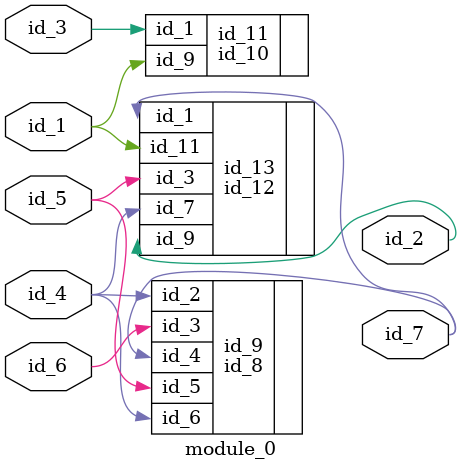
<source format=v>
module module_0 (
    id_1,
    id_2,
    id_3,
    id_4,
    id_5,
    id_6,
    id_7
);
  output id_7;
  input id_6;
  input id_5;
  input id_4;
  input id_3;
  output id_2;
  input id_1;
  id_8 id_9 (
      .id_4(id_7),
      .id_3(id_6),
      .id_5(id_6),
      .id_5(id_5),
      .id_2(id_4),
      .id_6(id_4)
  );
  id_10 id_11 (
      .id_9(id_1),
      .id_1(id_3)
  );
  id_12 id_13 (
      .id_1 (id_9),
      .id_9 (id_7),
      .id_3 (id_5),
      .id_1 (id_9),
      .id_9 (id_2),
      .id_1 (id_3),
      .id_7 ((id_4)),
      .id_11(id_9),
      .id_1 (id_7),
      .id_11(id_1)
  );
endmodule

</source>
